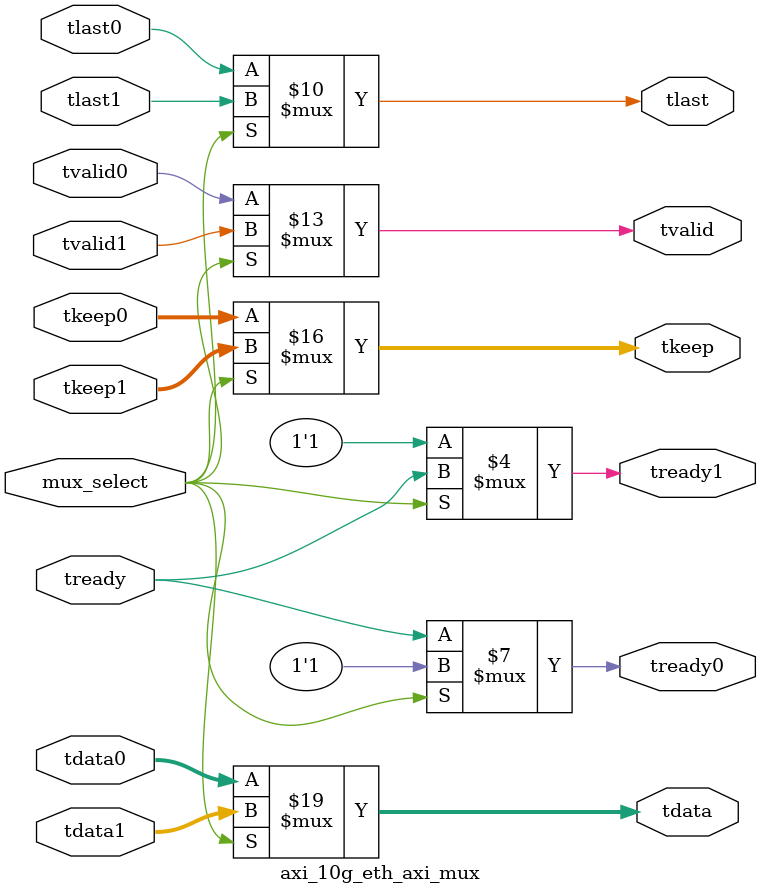
<source format=v>

`timescale 1 ps/1 ps

module axi_10g_eth_axi_mux (
   input                   mux_select,

   // mux inputs
   input       [63:0]      tdata0,
   input       [7:0]       tkeep0,
   input                   tvalid0,
   input                   tlast0,
   output reg              tready0,

   input       [63:0]      tdata1,
   input       [7:0]       tkeep1,
   input                   tvalid1,
   input                   tlast1,
   output reg              tready1,

   // mux outputs
   output reg  [63:0]      tdata,
   output reg  [7:0]       tkeep,
   output reg              tvalid,
   output reg              tlast,
   input                   tready
);

always @(mux_select or tdata0 or tvalid0 or tlast0 or tdata1 or tkeep0 or tkeep1 or
         tvalid1 or tlast1)
begin
   if (mux_select) begin
      tdata    = tdata1;
      tkeep    = tkeep1;
      tvalid   = tvalid1;
      tlast    = tlast1;
   end
   else begin
      tdata    = tdata0;
      tkeep    = tkeep0;
      tvalid   = tvalid0;
      tlast    = tlast0;
   end
end

always @(mux_select or tready)
begin
   if (mux_select) begin
      tready0  = 1'b1 ;
      tready1  = tready;
   end
   else begin
      tready0  = tready;
      tready1  = 1'b1 ;
   end
end

endmodule

</source>
